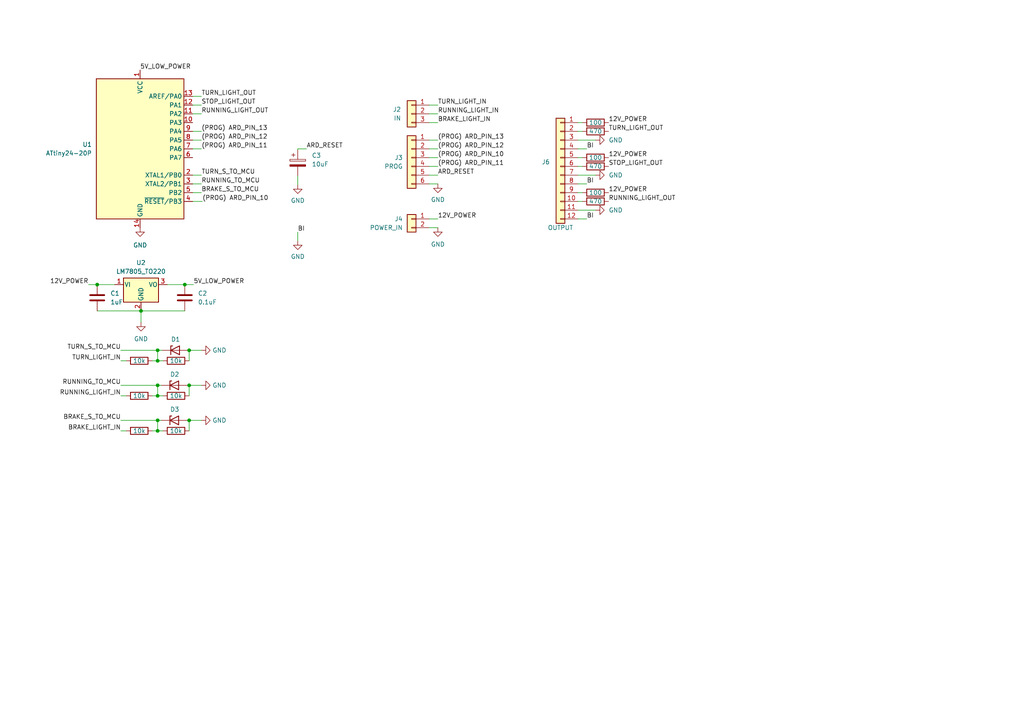
<source format=kicad_sch>
(kicad_sch (version 20230121) (generator eeschema)
  (paper "A4")
  (lib_symbols
    (symbol "Connector_Generic:Conn_01x02" (pin_names (offset 1.016) hide)
      (property "Reference" "J" (at 0 2.54 0))
      (property "Value" "Conn_01x02" (at 0 -5.08 0))
      (symbol "Conn_01x02_1_1"
        (rectangle (start -1.27 -2.413) (end 0 -2.667) (stroke (width 0.1524)))
        (rectangle (start -1.27 0.127) (end 0 -0.127) (stroke (width 0.1524)))
        (rectangle (start -1.27 1.27) (end 1.27 -3.81) (stroke (width 0.254)) (fill (type background)))
        (pin passive line (at -5.08 0 0) (length 3.81) (name "Pin_1") (number "1"))
        (pin passive line (at -5.08 -2.54 0) (length 3.81) (name "Pin_2") (number "2"))
      )
    )
    (symbol "Connector_Generic:Conn_01x03" (pin_names (offset 1.016) hide)
      (property "Reference" "J" (at 0 5.08 0))
      (property "Value" "Conn_01x03" (at 0 -5.08 0))
      (symbol "Conn_01x03_1_1"
        (rectangle (start -1.27 -2.413) (end 0 -2.667) (stroke (width 0.1524)))
        (rectangle (start -1.27 0.127) (end 0 -0.127) (stroke (width 0.1524)))
        (rectangle (start -1.27 2.667) (end 0 2.413) (stroke (width 0.1524)))
        (rectangle (start -1.27 3.81) (end 1.27 -3.81) (stroke (width 0.254)) (fill (type background)))
        (pin passive line (at -5.08 2.54 0) (length 3.81) (name "Pin_1") (number "1"))
        (pin passive line (at -5.08 0 0) (length 3.81) (name "Pin_2") (number "2"))
        (pin passive line (at -5.08 -2.54 0) (length 3.81) (name "Pin_3") (number "3"))
      )
    )
    (symbol "Connector_Generic:Conn_01x06" (pin_names (offset 1.016) hide)
      (property "Reference" "J" (at 0 7.62 0))
      (property "Value" "Conn_01x06" (at 0 -10.16 0))
      (symbol "Conn_01x06_1_1"
        (rectangle (start -1.27 -7.493) (end 0 -7.747) (stroke (width 0.1524)))
        (rectangle (start -1.27 -4.953) (end 0 -5.207) (stroke (width 0.1524)))
        (rectangle (start -1.27 -2.413) (end 0 -2.667) (stroke (width 0.1524)))
        (rectangle (start -1.27 0.127) (end 0 -0.127) (stroke (width 0.1524)))
        (rectangle (start -1.27 2.667) (end 0 2.413) (stroke (width 0.1524)))
        (rectangle (start -1.27 5.207) (end 0 4.953) (stroke (width 0.1524)))
        (rectangle (start -1.27 6.35) (end 1.27 -8.89) (stroke (width 0.254)) (fill (type background)))
        (pin passive line (at -5.08 5.08 0) (length 3.81) (name "Pin_1") (number "1"))
        (pin passive line (at -5.08 2.54 0) (length 3.81) (name "Pin_2") (number "2"))
        (pin passive line (at -5.08 0 0) (length 3.81) (name "Pin_3") (number "3"))
        (pin passive line (at -5.08 -2.54 0) (length 3.81) (name "Pin_4") (number "4"))
        (pin passive line (at -5.08 -5.08 0) (length 3.81) (name "Pin_5") (number "5"))
        (pin passive line (at -5.08 -7.62 0) (length 3.81) (name "Pin_6") (number "6"))
      )
    )
    (symbol "Connector_Generic:Conn_01x12" (pin_names (offset 1.016) hide)
      (property "Reference" "J" (at 0 15.24 0))
      (property "Value" "Conn_01x12" (at 0 -17.78 0))
      (symbol "Conn_01x12_1_1"
        (rectangle (start -1.27 -15.113) (end 0 -15.367) (stroke (width 0.1524)))
        (rectangle (start -1.27 -12.573) (end 0 -12.827) (stroke (width 0.1524)))
        (rectangle (start -1.27 -10.033) (end 0 -10.287) (stroke (width 0.1524)))
        (rectangle (start -1.27 -7.493) (end 0 -7.747) (stroke (width 0.1524)))
        (rectangle (start -1.27 -4.953) (end 0 -5.207) (stroke (width 0.1524)))
        (rectangle (start -1.27 -2.413) (end 0 -2.667) (stroke (width 0.1524)))
        (rectangle (start -1.27 0.127) (end 0 -0.127) (stroke (width 0.1524)))
        (rectangle (start -1.27 2.667) (end 0 2.413) (stroke (width 0.1524)))
        (rectangle (start -1.27 5.207) (end 0 4.953) (stroke (width 0.1524)))
        (rectangle (start -1.27 7.747) (end 0 7.493) (stroke (width 0.1524)))
        (rectangle (start -1.27 10.287) (end 0 10.033) (stroke (width 0.1524)))
        (rectangle (start -1.27 12.827) (end 0 12.573) (stroke (width 0.1524)))
        (rectangle (start -1.27 13.97) (end 1.27 -16.51) (stroke (width 0.254)) (fill (type background)))
        (pin passive line (at -5.08 12.7 0) (length 3.81) (name "Pin_1") (number "1"))
        (pin passive line (at -5.08 -10.16 0) (length 3.81) (name "Pin_10") (number "10"))
        (pin passive line (at -5.08 -12.7 0) (length 3.81) (name "Pin_11") (number "11"))
        (pin passive line (at -5.08 -15.24 0) (length 3.81) (name "Pin_12") (number "12"))
        (pin passive line (at -5.08 10.16 0) (length 3.81) (name "Pin_2") (number "2"))
        (pin passive line (at -5.08 7.62 0) (length 3.81) (name "Pin_3") (number "3"))
        (pin passive line (at -5.08 5.08 0) (length 3.81) (name "Pin_4") (number "4"))
        (pin passive line (at -5.08 2.54 0) (length 3.81) (name "Pin_5") (number "5"))
        (pin passive line (at -5.08 0 0) (length 3.81) (name "Pin_6") (number "6"))
        (pin passive line (at -5.08 -2.54 0) (length 3.81) (name "Pin_7") (number "7"))
        (pin passive line (at -5.08 -5.08 0) (length 3.81) (name "Pin_8") (number "8"))
        (pin passive line (at -5.08 -7.62 0) (length 3.81) (name "Pin_9") (number "9"))
      )
    )
    (symbol "Device:C" (pin_numbers hide) (pin_names (offset 0.254))
      (property "Reference" "C" (at 0.635 2.54 0))
      (property "Value" "C" (at 0.635 -2.54 0))
      (symbol "C_0_1"
        (polyline (pts (xy -2.032 -0.762) (xy 2.032 -0.762)) (stroke (width 0.508)))
        (polyline (pts (xy -2.032 0.762) (xy 2.032 0.762)) (stroke (width 0.508)))
      )
      (symbol "C_1_1"
        (pin passive line (at 0 3.81 270) (length 2.794) (name "~") (number "1"))
        (pin passive line (at 0 -3.81 90) (length 2.794) (name "~") (number "2"))
      )
    )
    (symbol "Device:C_Polarized" (pin_numbers hide) (pin_names (offset 0.254))
      (property "Reference" "C" (at 0.635 2.54 0))
      (property "Value" "C_Polarized" (at 0.635 -2.54 0))
      (symbol "C_Polarized_0_1"
        (rectangle (start -2.286 0.508) (end 2.286 1.016))
        (polyline (pts (xy -1.778 2.286) (xy -0.762 2.286)))
        (polyline (pts (xy -1.27 2.794) (xy -1.27 1.778)))
        (rectangle (start 2.286 -0.508) (end -2.286 -1.016) (fill (type outline)))
      )
      (symbol "C_Polarized_1_1"
        (pin passive line (at 0 3.81 270) (length 2.794) (name "~") (number "1"))
        (pin passive line (at 0 -3.81 90) (length 2.794) (name "~") (number "2"))
      )
    )
    (symbol "Device:R" (pin_numbers hide) (pin_names (offset 0))
      (property "Reference" "R" (at 2.032 0 90))
      (property "Value" "R" (at 0 0 90))
      (symbol "R_0_1"
        (rectangle (start -1.016 -2.54) (end 1.016 2.54) (stroke (width 0.254)))
      )
      (symbol "R_1_1"
        (pin passive line (at 0 3.81 270) (length 1.27) (name "~") (number "1"))
        (pin passive line (at 0 -3.81 90) (length 1.27) (name "~") (number "2"))
      )
    )
    (symbol "Diode:1N47xxA" (pin_numbers hide) (pin_names hide)
      (property "Reference" "D" (at 0 2.54 0))
      (property "Value" "1N47xxA" (at 0 -2.54 0))
      (symbol "1N47xxA_0_1"
        (polyline (pts (xy 1.27 0) (xy -1.27 0)))
        (polyline (pts (xy -1.27 -1.27) (xy -1.27 1.27) (xy -0.762 1.27)) (stroke (width 0.254)))
        (polyline (pts (xy 1.27 -1.27) (xy 1.27 1.27) (xy -1.27 0) (xy 1.27 -1.27)) (stroke (width 0.254)))
      )
      (symbol "1N47xxA_1_1"
        (pin passive line (at -3.81 0 0) (length 2.54) (name "K") (number "1"))
        (pin passive line (at 3.81 0 180) (length 2.54) (name "A") (number "2"))
      )
    )
    (symbol "MCU_Microchip_ATtiny:ATtiny24-20P"
      (property "Reference" "U" (at -12.7 21.59 0))
      (property "Value" "ATtiny24-20P" (at 2.54 -21.59 0))
      (symbol "ATtiny24-20P_0_1"
        (rectangle (start -12.7 -20.32) (end 12.7 20.32) (stroke (width 0.254)) (fill (type background)))
      )
      (symbol "ATtiny24-20P_1_1"
        (pin power_in line (at 0 22.86 270) (length 2.54) (name "VCC") (number "1"))
        (pin bidirectional line (at 15.24 7.62 180) (length 2.54) (name "PA3") (number "10"))
        (pin bidirectional line (at 15.24 10.16 180) (length 2.54) (name "PA2") (number "11"))
        (pin bidirectional line (at 15.24 12.7 180) (length 2.54) (name "PA1") (number "12"))
        (pin bidirectional line (at 15.24 15.24 180) (length 2.54) (name "AREF/PA0") (number "13"))
        (pin power_in line (at 0 -22.86 90) (length 2.54) (name "GND") (number "14"))
        (pin bidirectional line (at 15.24 -7.62 180) (length 2.54) (name "XTAL1/PB0") (number "2"))
        (pin bidirectional line (at 15.24 -10.16 180) (length 2.54) (name "XTAL2/PB1") (number "3"))
        (pin bidirectional line (at 15.24 -15.24 180) (length 2.54) (name "~{RESET}/PB3") (number "4"))
        (pin bidirectional line (at 15.24 -12.7 180) (length 2.54) (name "PB2") (number "5"))
        (pin bidirectional line (at 15.24 -2.54 180) (length 2.54) (name "PA7") (number "6"))
        (pin bidirectional line (at 15.24 0 180) (length 2.54) (name "PA6") (number "7"))
        (pin bidirectional line (at 15.24 2.54 180) (length 2.54) (name "PA5") (number "8"))
        (pin bidirectional line (at 15.24 5.08 180) (length 2.54) (name "PA4") (number "9"))
      )
    )
    (symbol "Regulator_Linear:LM7805_TO220" (pin_names (offset 0.254))
      (property "Reference" "U" (at -3.81 3.175 0))
      (property "Value" "LM7805_TO220" (at 0 3.175 0))
      (symbol "LM7805_TO220_0_1"
        (rectangle (start -5.08 1.905) (end 5.08 -5.08) (stroke (width 0.254)) (fill (type background)))
      )
      (symbol "LM7805_TO220_1_1"
        (pin power_in line (at -7.62 0 0) (length 2.54) (name "VI") (number "1"))
        (pin power_in line (at 0 -7.62 90) (length 2.54) (name "GND") (number "2"))
        (pin power_out line (at 7.62 0 180) (length 2.54) (name "VO") (number "3"))
      )
    )
    (symbol "power:GND" (power) (pin_names (offset 0))
      (property "Value" "GND" (at 0 -3.81 0))
      (symbol "GND_0_1"
        (polyline (pts (xy 0 0) (xy 0 -1.27) (xy 1.27 -1.27) (xy 0 -2.54) (xy -1.27 -1.27) (xy 0 -1.27)))
      )
      (symbol "GND_1_1"
        (pin power_in line (at 0 0 270) (length 0) hide (name "GND") (number "1"))
      )
    )
  )
  (junction (at 28.194 82.55))
  (junction (at 40.894 90.17))
  (junction (at 54.864 121.92))
  (junction (at 54.864 101.6))
  (junction (at 53.594 82.55))
  (junction (at 45.72 121.92))
  (junction (at 45.72 114.808))
  (junction (at 45.72 101.6))
  (junction (at 45.72 124.968))
  (junction (at 54.864 111.76))
  (junction (at 45.72 111.76))
  (junction (at 45.72 104.648))
  (wire (pts (xy 35.052 104.648) (xy 36.576 104.648)))
  (wire (pts (xy 54.864 101.6) (xy 58.42 101.6)))
  (wire (pts (xy 45.72 124.968) (xy 47.244 124.968)))
  (wire (pts (xy 124.46 48.26) (xy 127 48.26)))
  (wire (pts (xy 54.864 111.76) (xy 58.42 111.76)))
  (wire (pts (xy 86.36 43.18) (xy 86.36 43.434)))
  (wire (pts (xy 25.654 82.55) (xy 28.194 82.55)))
  (wire (pts (xy 88.9 43.18) (xy 86.36 43.18)))
  (wire (pts (xy 54.864 101.6) (xy 54.864 104.648)))
  (wire (pts (xy 55.88 30.48) (xy 58.42 30.48)))
  (wire (pts (xy 124.46 53.34) (xy 127 53.34)))
  (wire (pts (xy 40.894 90.17) (xy 40.894 93.472)))
  (wire (pts (xy 54.356 121.92) (xy 54.864 121.92)))
  (wire (pts (xy 28.194 90.17) (xy 40.894 90.17)))
  (wire (pts (xy 55.88 38.1) (xy 58.42 38.1)))
  (wire (pts (xy 44.196 104.648) (xy 45.72 104.648)))
  (wire (pts (xy 55.88 33.02) (xy 58.42 33.02)))
  (wire (pts (xy 167.64 43.18) (xy 170.18 43.18)))
  (wire (pts (xy 28.194 82.55) (xy 33.274 82.55)))
  (wire (pts (xy 55.88 58.42) (xy 58.674 58.42)))
  (wire (pts (xy 167.64 40.64) (xy 172.72 40.64)))
  (wire (pts (xy 124.46 66.04) (xy 127 66.04)))
  (wire (pts (xy 55.88 50.8) (xy 58.42 50.8)))
  (wire (pts (xy 124.46 45.72) (xy 127 45.72)))
  (wire (pts (xy 54.864 121.92) (xy 54.864 124.968)))
  (wire (pts (xy 167.64 58.42) (xy 168.91 58.42)))
  (wire (pts (xy 45.72 114.808) (xy 47.244 114.808)))
  (wire (pts (xy 45.72 104.648) (xy 47.244 104.648)))
  (wire (pts (xy 124.46 40.64) (xy 127 40.64)))
  (wire (pts (xy 35.052 101.6) (xy 45.72 101.6)))
  (wire (pts (xy 86.36 51.054) (xy 86.36 53.594)))
  (wire (pts (xy 35.052 124.968) (xy 36.576 124.968)))
  (wire (pts (xy 54.864 111.76) (xy 54.864 114.808)))
  (wire (pts (xy 124.46 33.02) (xy 127 33.02)))
  (wire (pts (xy 167.64 60.96) (xy 172.72 60.96)))
  (wire (pts (xy 35.052 121.92) (xy 45.72 121.92)))
  (wire (pts (xy 45.72 111.76) (xy 45.72 114.808)))
  (wire (pts (xy 167.64 48.26) (xy 168.91 48.26)))
  (wire (pts (xy 45.72 101.6) (xy 45.72 104.648)))
  (wire (pts (xy 167.64 55.88) (xy 168.91 55.88)))
  (wire (pts (xy 124.46 63.5) (xy 127 63.5)))
  (wire (pts (xy 124.46 30.48) (xy 127 30.48)))
  (wire (pts (xy 35.052 114.808) (xy 36.576 114.808)))
  (wire (pts (xy 86.36 67.31) (xy 86.36 69.85)))
  (wire (pts (xy 55.88 27.94) (xy 58.42 27.94)))
  (wire (pts (xy 167.64 38.1) (xy 168.91 38.1)))
  (wire (pts (xy 45.72 121.92) (xy 45.72 124.968)))
  (wire (pts (xy 35.052 111.76) (xy 45.72 111.76)))
  (wire (pts (xy 167.64 53.34) (xy 170.18 53.34)))
  (wire (pts (xy 46.99 101.6) (xy 45.72 101.6)))
  (wire (pts (xy 53.594 82.55) (xy 56.134 82.55)))
  (wire (pts (xy 55.88 55.88) (xy 58.42 55.88)))
  (wire (pts (xy 44.196 124.968) (xy 45.72 124.968)))
  (wire (pts (xy 167.64 35.56) (xy 168.91 35.56)))
  (wire (pts (xy 48.514 82.55) (xy 53.594 82.55)))
  (wire (pts (xy 54.356 111.76) (xy 54.864 111.76)))
  (wire (pts (xy 55.88 53.34) (xy 58.42 53.34)))
  (wire (pts (xy 167.64 45.72) (xy 168.91 45.72)))
  (wire (pts (xy 54.864 121.92) (xy 58.42 121.92)))
  (wire (pts (xy 44.196 114.808) (xy 45.72 114.808)))
  (wire (pts (xy 55.88 40.64) (xy 58.42 40.64)))
  (wire (pts (xy 46.736 111.76) (xy 45.72 111.76)))
  (wire (pts (xy 124.46 43.18) (xy 127 43.18)))
  (wire (pts (xy 124.46 50.8) (xy 127 50.8)))
  (wire (pts (xy 46.736 121.92) (xy 45.72 121.92)))
  (wire (pts (xy 124.46 35.56) (xy 127 35.56)))
  (wire (pts (xy 167.64 50.8) (xy 172.72 50.8)))
  (wire (pts (xy 40.894 90.17) (xy 53.594 90.17)))
  (wire (pts (xy 55.88 43.18) (xy 58.42 43.18)))
  (wire (pts (xy 167.64 63.5) (xy 170.18 63.5)))
  (wire (pts (xy 54.61 101.6) (xy 54.864 101.6)))
  (label "RUNNING_LIGHT_IN" (at 35.052 114.808 180))
  (label "12V_POWER" (at 176.53 35.56 0))
  (label "STOP_LIGHT_OUT" (at 58.42 30.48 0))
  (label "RUNNING_LIGHT_IN" (at 127 33.02 0))
  (label "12V_POWER" (at 176.53 45.72 0))
  (label "(PROG) ARD_PIN_11" (at 127 48.26 0))
  (label "TURN_S_TO_MCU" (at 58.42 50.8 0))
  (label "RUNNING_TO_MCU" (at 58.42 53.34 0))
  (label "5V_LOW_POWER" (at 40.64 20.32 0))
  (label "(PROG) ARD_PIN_10" (at 127 45.72 0))
  (label "TURN_LIGHT_IN" (at 127 30.48 0))
  (label "TURN_LIGHT_OUT" (at 176.53 38.1 0))
  (label "BI" (at 170.18 63.5 0))
  (label "BRAKE_S_TO_MCU" (at 58.42 55.88 0))
  (label "RUNNING_LIGHT_OUT" (at 176.53 58.42 0))
  (label "(PROG) ARD_PIN_13" (at 127 40.64 0))
  (label "RUNNING_LIGHT_OUT" (at 58.42 33.02 0))
  (label "STOP_LIGHT_OUT" (at 176.53 48.26 0))
  (label "(PROG) ARD_PIN_12" (at 127 43.18 0))
  (label "BI" (at 86.36 67.31 0))
  (label "BI" (at 170.18 43.18 0))
  (label "12V_POWER" (at 25.654 82.55 180))
  (label "(PROG) ARD_PIN_10" (at 58.674 58.42 0))
  (label "BRAKE_LIGHT_IN" (at 127 35.56 0))
  (label "BRAKE_S_TO_MCU" (at 35.052 121.92 180))
  (label "5V_LOW_POWER" (at 56.134 82.55 0))
  (label "BI" (at 170.18 53.34 0))
  (label "12V_POWER" (at 127 63.5 0))
  (label "12V_POWER" (at 176.53 55.88 0))
  (label "RUNNING_TO_MCU" (at 35.052 111.76 180))
  (label "ARD_RESET" (at 127 50.8 0))
  (label "TURN_LIGHT_IN" (at 35.052 104.648 180))
  (label "BRAKE_LIGHT_IN" (at 35.052 124.968 180))
  (label "(PROG) ARD_PIN_11" (at 58.42 43.18 0))
  (label "TURN_S_TO_MCU" (at 35.052 101.6 180))
  (label "TURN_LIGHT_OUT" (at 58.42 27.94 0))
  (label "(PROG) ARD_PIN_13" (at 58.42 38.1 0))
  (label "(PROG) ARD_PIN_12" (at 58.42 40.64 0))
  (label "ARD_RESET" (at 88.9 43.18 0))
  (symbol (lib_id "Device:C") (at 53.594 86.36 0) (unit 1)
    (property "Reference" "C2" (at 57.404 85.09 0) (effects (justify left)))
    (property "Value" "0.1uF" (at 57.404 87.63 0) (effects (justify left)))
    (property "Footprint" "Capacitor_THT:C_Disc_D10.0mm_W2.5mm_P5.00mm" (effects hide))
  )
  (symbol (lib_id "power:GND") (at 58.42 101.6 90) (unit 1)
    (property "Reference" "#PWR01" (effects hide))
    (property "Value" "GND" (at 61.595 101.5999 90) (effects (justify right)))
  )
  (symbol (lib_id "power:GND") (at 127 66.04 0) (unit 1)
    (property "Reference" "#PWR07" (effects hide))
    (property "Value" "GND" (at 127 70.866 0))
  )
  (symbol (lib_id "power:GND") (at 40.64 66.04 0) (unit 1)
    (property "Reference" "#PWR03" (effects hide))
    (property "Value" "GND" (at 40.64 71.12 0))
  )
  (symbol (lib_id "Diode:1N47xxA") (at 50.8 101.6 0) (unit 1)
    (property "Reference" "D1" (at 50.927 98.425 0))
    (property "Value" "1N47xxA" (effects hide))
    (property "Footprint" "Diode_THT:D_DO-41_SOD81_P3.81mm_Vertical_AnodeUp" (effects hide))
    (property "Datasheet" "https://www.vishay.com/docs/85816/1n4728a.pdf" (effects hide))
  )
  (symbol (lib_id "power:GND") (at 58.42 121.92 90) (unit 1)
    (property "Reference" "#PWR06" (effects hide))
    (property "Value" "GND" (at 61.595 121.9199 90) (effects (justify right)))
  )
  (symbol (lib_id "Device:R") (at 51.054 124.968 270) (unit 1)
    (property "Reference" "R6" (effects hide))
    (property "Value" "10k" (at 51.054 124.968 90))
    (property "Footprint" "Resistor_THT:R_Axial_DIN0207_L6.3mm_D2.5mm_P2.54mm_Vertical" (effects hide))
  )
  (symbol (lib_id "Diode:1N47xxA") (at 50.546 111.76 0) (unit 1)
    (property "Reference" "D2" (at 50.673 108.585 0))
    (property "Value" "1N47xxA" (effects hide))
    (property "Footprint" "Diode_THT:D_DO-41_SOD81_P3.81mm_Vertical_AnodeUp" (effects hide))
    (property "Datasheet" "https://www.vishay.com/docs/85816/1n4728a.pdf" (effects hide))
  )
  (symbol (lib_id "power:GND") (at 172.72 40.64 90) (unit 1)
    (property "Reference" "#PWR013" (effects hide))
    (property "Value" "GND" (at 176.53 40.64 90) (effects (justify right)))
  )
  (symbol (lib_id "Device:R") (at 40.386 124.968 270) (unit 1)
    (property "Reference" "R5" (effects hide))
    (property "Value" "10k" (at 40.386 124.968 90))
    (property "Footprint" "Resistor_THT:R_Axial_DIN0207_L6.3mm_D2.5mm_P2.54mm_Vertical" (effects hide))
  )
  (symbol (lib_id "power:GND") (at 86.36 53.594 0) (unit 1)
    (property "Reference" "#PWR04" (effects hide))
    (property "Value" "GND" (at 86.36 58.166 0))
  )
  (symbol (lib_id "Connector_Generic:Conn_01x06") (at 119.38 45.72 0) (mirror y) (unit 1)
    (property "Reference" "J3" (at 116.84 45.72 0) (effects (justify left)))
    (property "Value" "PROG" (at 116.84 48.26 0) (effects (justify left)))
    (property "Footprint" "Connector_PinSocket_2.54mm:PinSocket_1x06_P2.54mm_Vertical" (effects hide))
  )
  (symbol (lib_id "Device:R") (at 172.72 55.88 270) (unit 1)
    (property "Reference" "R9" (effects hide))
    (property "Value" "100" (at 172.72 55.88 90))
    (property "Footprint" "Resistor_THT:R_Axial_DIN0204_L3.6mm_D1.6mm_P7.62mm_Horizontal" (effects hide))
  )
  (symbol (lib_id "power:GND") (at 127 53.34 0) (unit 1)
    (property "Reference" "#PWR08" (effects hide))
    (property "Value" "GND" (at 127 57.912 0))
  )
  (symbol (lib_id "Device:R") (at 172.72 48.26 270) (unit 1)
    (property "Reference" "R12" (effects hide))
    (property "Value" "470" (at 172.72 48.26 90))
    (property "Footprint" "Resistor_THT:R_Axial_DIN0204_L3.6mm_D1.6mm_P7.62mm_Horizontal" (effects hide))
  )
  (symbol (lib_id "power:GND") (at 86.36 69.85 0) (unit 1)
    (property "Reference" "#PWR010" (effects hide))
    (property "Value" "GND" (at 86.36 74.422 0))
  )
  (symbol (lib_id "Device:R") (at 172.72 35.56 270) (unit 1)
    (property "Reference" "R7" (effects hide))
    (property "Value" "100" (at 172.72 35.56 90))
    (property "Footprint" "Resistor_THT:R_Axial_DIN0204_L3.6mm_D1.6mm_P7.62mm_Horizontal" (effects hide))
  )
  (symbol (lib_id "power:GND") (at 58.42 111.76 90) (unit 1)
    (property "Reference" "#PWR05" (effects hide))
    (property "Value" "GND" (at 61.595 111.7599 90) (effects (justify right)))
  )
  (symbol (lib_id "Connector_Generic:Conn_01x12") (at 162.56 48.26 0) (mirror y) (unit 1)
    (property "Reference" "J6" (at 159.512 46.99 0) (effects (justify left)))
    (property "Value" "OUTPUT" (at 162.56 66.04 0))
    (property "Footprint" "Connector_PinSocket_2.54mm:PinSocket_1x12_P2.54mm_Vertical" (effects hide))
  )
  (symbol (lib_id "Diode:1N47xxA") (at 50.546 121.92 0) (unit 1)
    (property "Reference" "D3" (at 50.673 118.745 0))
    (property "Value" "1N47xxA" (effects hide))
    (property "Footprint" "Diode_THT:D_DO-41_SOD81_P3.81mm_Vertical_AnodeUp" (effects hide))
    (property "Datasheet" "https://www.vishay.com/docs/85816/1n4728a.pdf" (effects hide))
  )
  (symbol (lib_id "Device:R") (at 51.054 114.808 270) (unit 1)
    (property "Reference" "R4" (effects hide))
    (property "Value" "10k" (at 51.054 114.808 90))
    (property "Footprint" "Resistor_THT:R_Axial_DIN0207_L6.3mm_D2.5mm_P2.54mm_Vertical" (effects hide))
  )
  (symbol (lib_id "Device:R") (at 172.72 45.72 270) (unit 1)
    (property "Reference" "R8" (effects hide))
    (property "Value" "100" (at 172.72 45.72 90))
    (property "Footprint" "Resistor_THT:R_Axial_DIN0204_L3.6mm_D1.6mm_P7.62mm_Horizontal" (effects hide))
  )
  (symbol (lib_id "Device:C") (at 28.194 86.36 0) (unit 1)
    (property "Reference" "C1" (at 32.004 85.09 0) (effects (justify left)))
    (property "Value" "1uF" (at 32.004 87.63 0) (effects (justify left)))
    (property "Footprint" "Capacitor_THT:C_Disc_D10.0mm_W2.5mm_P5.00mm" (effects hide))
  )
  (symbol (lib_id "Connector_Generic:Conn_01x02") (at 119.38 63.5 0) (mirror y) (unit 1)
    (property "Reference" "J4" (at 116.84 63.5 0) (effects (justify left)))
    (property "Value" "POWER_IN" (at 116.84 66.04 0) (effects (justify left)))
    (property "Footprint" "Connector_PinSocket_2.54mm:PinSocket_1x02_P2.54mm_Vertical" (effects hide))
  )
  (symbol (lib_id "Device:R") (at 172.72 38.1 270) (unit 1)
    (property "Reference" "R11" (effects hide))
    (property "Value" "470" (at 172.72 38.1 90))
    (property "Footprint" "Resistor_THT:R_Axial_DIN0204_L3.6mm_D1.6mm_P7.62mm_Horizontal" (effects hide))
  )
  (symbol (lib_id "Regulator_Linear:LM7805_TO220") (at 40.894 82.55 0) (unit 1)
    (property "Reference" "U2" (at 40.894 76.2 0))
    (property "Value" "LM7805_TO220" (at 40.894 78.74 0))
    (property "Footprint" "Package_TO_SOT_THT:TO-220-3_Vertical" (effects hide))
    (property "Datasheet" "https://www.onsemi.cn/PowerSolutions/document/MC7800-D.PDF" (effects hide))
  )
  (symbol (lib_id "Connector_Generic:Conn_01x03") (at 119.38 33.02 0) (mirror y) (unit 1)
    (property "Reference" "J2" (at 116.332 31.75 0) (effects (justify left)))
    (property "Value" "IN" (at 116.332 34.29 0) (effects (justify left)))
    (property "Footprint" "Connector_PinSocket_2.54mm:PinSocket_1x03_P2.54mm_Vertical" (effects hide))
  )
  (symbol (lib_id "power:GND") (at 172.72 50.8 90) (unit 1)
    (property "Reference" "#PWR012" (effects hide))
    (property "Value" "GND" (at 176.53 50.8 90) (effects (justify right)))
  )
  (symbol (lib_id "Device:R") (at 40.386 104.648 270) (unit 1)
    (property "Reference" "R1" (effects hide))
    (property "Value" "10k" (at 40.386 104.648 90))
    (property "Footprint" "Resistor_THT:R_Axial_DIN0207_L6.3mm_D2.5mm_P2.54mm_Vertical" (effects hide))
  )
  (symbol (lib_id "MCU_Microchip_ATtiny:ATtiny24-20P") (at 40.64 43.18 0) (unit 1)
    (property "Reference" "U1" (at 26.67 41.91 0) (effects (justify right)))
    (property "Value" "ATtiny24-20P" (at 26.67 44.45 0) (effects (justify right)))
    (property "Footprint" "Package_DIP:DIP-14_W7.62mm" (effects hide))
    (property "Datasheet" "http://ww1.microchip.com/downloads/en/DeviceDoc/doc8006.pdf" (effects hide))
  )
  (symbol (lib_id "Device:R") (at 40.386 114.808 270) (unit 1)
    (property "Reference" "R3" (effects hide))
    (property "Value" "10k" (at 40.386 114.808 90))
    (property "Footprint" "Resistor_THT:R_Axial_DIN0207_L6.3mm_D2.5mm_P2.54mm_Vertical" (effects hide))
  )
  (symbol (lib_id "Device:R") (at 51.054 104.648 270) (unit 1)
    (property "Reference" "R2" (effects hide))
    (property "Value" "10k" (at 51.054 104.648 90))
    (property "Footprint" "Resistor_THT:R_Axial_DIN0207_L6.3mm_D2.5mm_P2.54mm_Vertical" (effects hide))
  )
  (symbol (lib_id "power:GND") (at 172.72 60.96 90) (unit 1)
    (property "Reference" "#PWR011" (effects hide))
    (property "Value" "GND" (at 176.53 60.96 90) (effects (justify right)))
  )
  (symbol (lib_id "power:GND") (at 40.894 93.472 0) (unit 1)
    (property "Reference" "#PWR02" (effects hide))
    (property "Value" "GND" (at 40.894 98.298 0))
  )
  (symbol (lib_id "Device:C_Polarized") (at 86.36 47.244 0) (unit 1)
    (property "Reference" "C3" (at 90.424 45.085 0) (effects (justify left)))
    (property "Value" "10uF" (at 90.424 47.625 0) (effects (justify left)))
    (property "Footprint" "Capacitor_THT:CP_Radial_D10.0mm_P5.00mm" (effects hide))
  )
  (symbol (lib_id "Device:R") (at 172.72 58.42 270) (unit 1)
    (property "Reference" "R13" (effects hide))
    (property "Value" "470" (at 172.72 58.42 90))
    (property "Footprint" "Resistor_THT:R_Axial_DIN0204_L3.6mm_D1.6mm_P7.62mm_Horizontal" (effects hide))
  )
)
</source>
